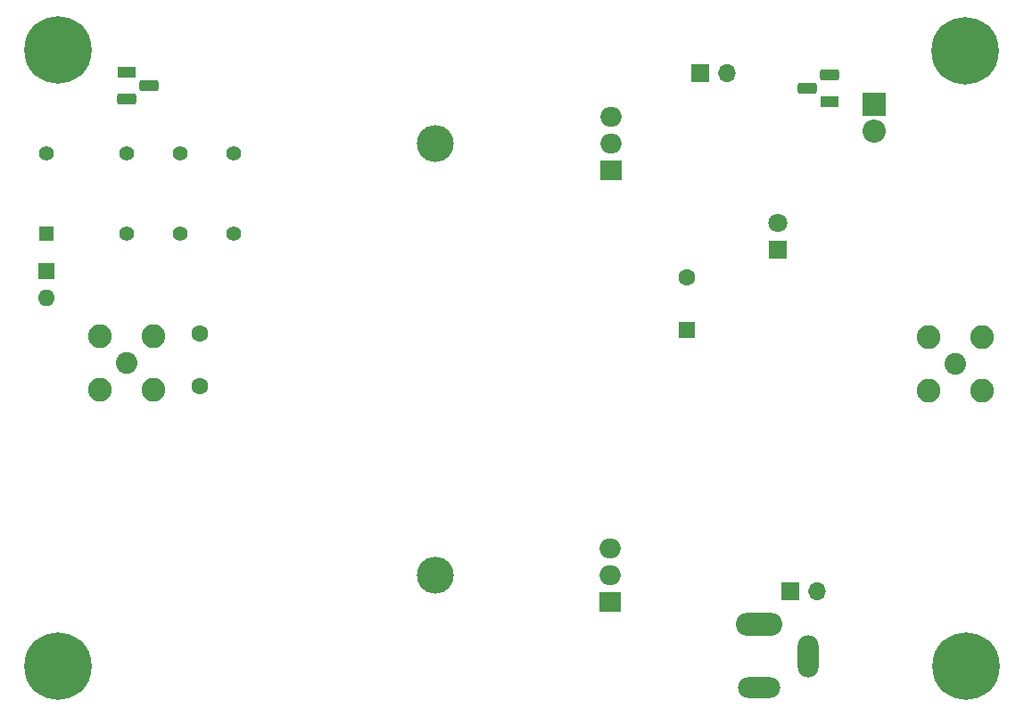
<source format=gbr>
%TF.GenerationSoftware,KiCad,Pcbnew,8.0.0~rc3-9622918c31~176~ubuntu22.04.1*%
%TF.CreationDate,2024-02-20T19:33:40+05:30*%
%TF.ProjectId,digital-amp,64696769-7461-46c2-9d61-6d702e6b6963,rev?*%
%TF.SameCoordinates,Original*%
%TF.FileFunction,Soldermask,Bot*%
%TF.FilePolarity,Negative*%
%FSLAX46Y46*%
G04 Gerber Fmt 4.6, Leading zero omitted, Abs format (unit mm)*
G04 Created by KiCad (PCBNEW 8.0.0~rc3-9622918c31~176~ubuntu22.04.1) date 2024-02-20 19:33:40*
%MOMM*%
%LPD*%
G01*
G04 APERTURE LIST*
G04 Aperture macros list*
%AMRoundRect*
0 Rectangle with rounded corners*
0 $1 Rounding radius*
0 $2 $3 $4 $5 $6 $7 $8 $9 X,Y pos of 4 corners*
0 Add a 4 corners polygon primitive as box body*
4,1,4,$2,$3,$4,$5,$6,$7,$8,$9,$2,$3,0*
0 Add four circle primitives for the rounded corners*
1,1,$1+$1,$2,$3*
1,1,$1+$1,$4,$5*
1,1,$1+$1,$6,$7*
1,1,$1+$1,$8,$9*
0 Add four rect primitives between the rounded corners*
20,1,$1+$1,$2,$3,$4,$5,0*
20,1,$1+$1,$4,$5,$6,$7,0*
20,1,$1+$1,$6,$7,$8,$9,0*
20,1,$1+$1,$8,$9,$2,$3,0*%
G04 Aperture macros list end*
%ADD10R,1.600000X1.600000*%
%ADD11O,1.600000X1.600000*%
%ADD12R,1.400000X1.400000*%
%ADD13C,1.400000*%
%ADD14C,0.800000*%
%ADD15C,6.400000*%
%ADD16C,2.050000*%
%ADD17C,2.250000*%
%ADD18R,1.800000X1.100000*%
%ADD19RoundRect,0.275000X0.625000X-0.275000X0.625000X0.275000X-0.625000X0.275000X-0.625000X-0.275000X0*%
%ADD20RoundRect,0.275000X-0.625000X0.275000X-0.625000X-0.275000X0.625000X-0.275000X0.625000X0.275000X0*%
%ADD21C,1.600000*%
%ADD22R,2.200000X2.200000*%
%ADD23O,2.200000X2.200000*%
%ADD24O,3.500000X3.500000*%
%ADD25R,2.000000X1.905000*%
%ADD26O,2.000000X1.905000*%
%ADD27R,1.700000X1.700000*%
%ADD28O,1.700000X1.700000*%
%ADD29R,1.800000X1.800000*%
%ADD30C,1.800000*%
%ADD31O,4.400000X2.200000*%
%ADD32O,4.000000X2.000000*%
%ADD33O,2.000000X4.000000*%
G04 APERTURE END LIST*
D10*
%TO.C,D2*%
X-29450000Y-15410000D03*
D11*
X-29450000Y-17950000D03*
%TD*%
D12*
%TO.C,K1*%
X-29460000Y-11860000D03*
D13*
X-21840000Y-11860000D03*
X-16760000Y-11860000D03*
X-11680000Y-11860000D03*
X-11680000Y-4240000D03*
X-16760000Y-4240000D03*
X-21840000Y-4240000D03*
X-29460000Y-4240000D03*
%TD*%
D14*
%TO.C,H1*%
X-30720000Y5580000D03*
X-30017056Y7277056D03*
X-30017056Y3882944D03*
X-28320000Y7980000D03*
D15*
X-28320000Y5580000D03*
D14*
X-28320000Y3180000D03*
X-26622944Y7277056D03*
X-26622944Y3882944D03*
X-25920000Y5580000D03*
%TD*%
D16*
%TO.C,RF1*%
X-21850000Y-24110000D03*
D17*
X-19310000Y-26650000D03*
X-19310000Y-21570000D03*
X-24390000Y-26650000D03*
X-24390000Y-21570000D03*
%TD*%
D16*
%TO.C,IN1*%
X56820000Y-24200000D03*
D17*
X54280000Y-21660000D03*
X54280000Y-26740000D03*
X59360000Y-21660000D03*
X59360000Y-26740000D03*
%TD*%
D18*
%TO.C,Q2*%
X44840000Y700000D03*
D19*
X42770000Y1970000D03*
X44840000Y3240000D03*
%TD*%
D18*
%TO.C,Q5*%
X-21830000Y3530000D03*
D20*
X-19760000Y2260000D03*
X-21830000Y990000D03*
%TD*%
D14*
%TO.C,H4*%
X55427056Y-52887056D03*
X56130000Y-51190000D03*
X56130000Y-54584112D03*
X57827056Y-50487056D03*
D15*
X57827056Y-52887056D03*
D14*
X57827056Y-55287056D03*
X59524112Y-51190000D03*
X59524112Y-54584112D03*
X60227056Y-52887056D03*
%TD*%
%TO.C,H2*%
X55367056Y5567056D03*
X56070000Y7264112D03*
X56070000Y3870000D03*
X57767056Y7967056D03*
D15*
X57767056Y5567056D03*
D14*
X57767056Y3167056D03*
X59464112Y7264112D03*
X59464112Y3870000D03*
X60167056Y5567056D03*
%TD*%
D10*
%TO.C,C7*%
X31325000Y-21000000D03*
D21*
X31325000Y-16000000D03*
%TD*%
D14*
%TO.C,H3*%
X-30747056Y-52882944D03*
X-30044112Y-51185888D03*
X-30044112Y-54580000D03*
X-28347056Y-50482944D03*
D15*
X-28347056Y-52882944D03*
D14*
X-28347056Y-55282944D03*
X-26650000Y-51185888D03*
X-26650000Y-54580000D03*
X-25947056Y-52882944D03*
%TD*%
D21*
%TO.C,C10*%
X-14910000Y-26340000D03*
X-14910000Y-21340000D03*
%TD*%
D22*
%TO.C,D5*%
X49078234Y443234D03*
D23*
X49078234Y-2096766D03*
%TD*%
D24*
%TO.C,Q4*%
X7420000Y-44270000D03*
D25*
X24080000Y-46810000D03*
D26*
X24080000Y-44270000D03*
X24080000Y-41730000D03*
%TD*%
D27*
%TO.C,PTT1*%
X32625000Y3400000D03*
D28*
X35165000Y3400000D03*
%TD*%
D29*
%TO.C,D4*%
X39925000Y-13365000D03*
D30*
X39925000Y-10825000D03*
%TD*%
D24*
%TO.C,Q3*%
X7440000Y-3290000D03*
D25*
X24100000Y-5830000D03*
D26*
X24100000Y-3290000D03*
X24100000Y-750000D03*
%TD*%
D27*
%TO.C,J1*%
X41175000Y-45735000D03*
D28*
X43715000Y-45735000D03*
%TD*%
D31*
%TO.C,Power1*%
X38180000Y-48940000D03*
D32*
X38180000Y-54940000D03*
D33*
X42880000Y-51940000D03*
%TD*%
M02*

</source>
